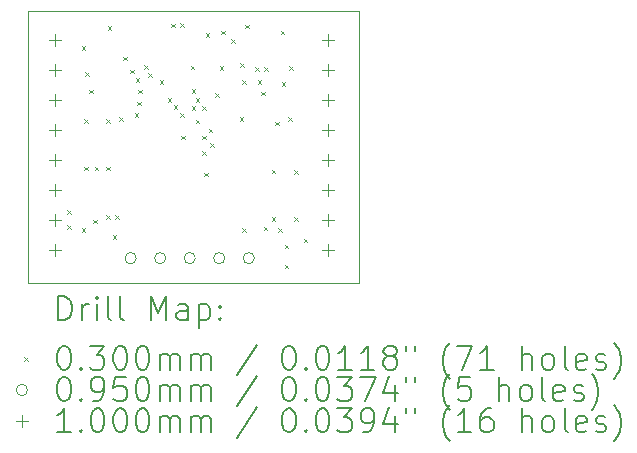
<source format=gbr>
%TF.GenerationSoftware,KiCad,Pcbnew,8.0.5*%
%TF.CreationDate,2024-12-01T15:07:40+09:00*%
%TF.ProjectId,PCA9685_ver4,50434139-3638-4355-9f76-6572342e6b69,rev?*%
%TF.SameCoordinates,Original*%
%TF.FileFunction,Drillmap*%
%TF.FilePolarity,Positive*%
%FSLAX45Y45*%
G04 Gerber Fmt 4.5, Leading zero omitted, Abs format (unit mm)*
G04 Created by KiCad (PCBNEW 8.0.5) date 2024-12-01 15:07:40*
%MOMM*%
%LPD*%
G01*
G04 APERTURE LIST*
%ADD10C,0.050000*%
%ADD11C,0.200000*%
%ADD12C,0.100000*%
G04 APERTURE END LIST*
D10*
X13470000Y-5220000D02*
X16270000Y-5220000D01*
X16270000Y-7520000D01*
X13470000Y-7520000D01*
X13470000Y-5220000D01*
D11*
D12*
X13803109Y-7033109D02*
X13833109Y-7063109D01*
X13833109Y-7033109D02*
X13803109Y-7063109D01*
X13805000Y-6905000D02*
X13835000Y-6935000D01*
X13835000Y-6905000D02*
X13805000Y-6935000D01*
X13925000Y-5515000D02*
X13955000Y-5545000D01*
X13955000Y-5515000D02*
X13925000Y-5545000D01*
X13925000Y-7055000D02*
X13955000Y-7085000D01*
X13955000Y-7055000D02*
X13925000Y-7085000D01*
X13945000Y-6135000D02*
X13975000Y-6165000D01*
X13975000Y-6135000D02*
X13945000Y-6165000D01*
X13945000Y-6535000D02*
X13975000Y-6565000D01*
X13975000Y-6535000D02*
X13945000Y-6565000D01*
X13955000Y-5735000D02*
X13985000Y-5765000D01*
X13985000Y-5735000D02*
X13955000Y-5765000D01*
X13990000Y-5885000D02*
X14020000Y-5915000D01*
X14020000Y-5885000D02*
X13990000Y-5915000D01*
X14021391Y-6983609D02*
X14051391Y-7013609D01*
X14051391Y-6983609D02*
X14021391Y-7013609D01*
X14035000Y-6535000D02*
X14065000Y-6565000D01*
X14065000Y-6535000D02*
X14035000Y-6565000D01*
X14135000Y-6135000D02*
X14165000Y-6165000D01*
X14165000Y-6135000D02*
X14135000Y-6165000D01*
X14135000Y-6535000D02*
X14165000Y-6565000D01*
X14165000Y-6535000D02*
X14135000Y-6565000D01*
X14135000Y-6945000D02*
X14165000Y-6975000D01*
X14165000Y-6945000D02*
X14135000Y-6975000D01*
X14145000Y-5345000D02*
X14175000Y-5375000D01*
X14175000Y-5345000D02*
X14145000Y-5375000D01*
X14190000Y-7115000D02*
X14220000Y-7145000D01*
X14220000Y-7115000D02*
X14190000Y-7145000D01*
X14210000Y-6945000D02*
X14240000Y-6975000D01*
X14240000Y-6945000D02*
X14210000Y-6975000D01*
X14244500Y-6114500D02*
X14274500Y-6144500D01*
X14274500Y-6114500D02*
X14244500Y-6144500D01*
X14275797Y-5605797D02*
X14305797Y-5635797D01*
X14305797Y-5605797D02*
X14275797Y-5635797D01*
X14334853Y-5714743D02*
X14364853Y-5744743D01*
X14364853Y-5714743D02*
X14334853Y-5744743D01*
X14373000Y-6085000D02*
X14403000Y-6115000D01*
X14403000Y-6085000D02*
X14373000Y-6115000D01*
X14385000Y-5785000D02*
X14415000Y-5815000D01*
X14415000Y-5785000D02*
X14385000Y-5815000D01*
X14398000Y-5984855D02*
X14428000Y-6014855D01*
X14428000Y-5984855D02*
X14398000Y-6014855D01*
X14405145Y-5884855D02*
X14435145Y-5914855D01*
X14435145Y-5884855D02*
X14405145Y-5914855D01*
X14455000Y-5675000D02*
X14485000Y-5705000D01*
X14485000Y-5675000D02*
X14455000Y-5705000D01*
X14488541Y-5742082D02*
X14518541Y-5772082D01*
X14518541Y-5742082D02*
X14488541Y-5772082D01*
X14585000Y-5805000D02*
X14615000Y-5835000D01*
X14615000Y-5805000D02*
X14585000Y-5835000D01*
X14655000Y-5955000D02*
X14685000Y-5985000D01*
X14685000Y-5955000D02*
X14655000Y-5985000D01*
X14685000Y-5325000D02*
X14715000Y-5355000D01*
X14715000Y-5325000D02*
X14685000Y-5355000D01*
X14705000Y-6015000D02*
X14735000Y-6045000D01*
X14735000Y-6015000D02*
X14705000Y-6045000D01*
X14758033Y-6085000D02*
X14788033Y-6115000D01*
X14788033Y-6085000D02*
X14758033Y-6115000D01*
X14759950Y-5322266D02*
X14789950Y-5352266D01*
X14789950Y-5322266D02*
X14759950Y-5352266D01*
X14770000Y-6275000D02*
X14800000Y-6305000D01*
X14800000Y-6275000D02*
X14770000Y-6305000D01*
X14849687Y-5680312D02*
X14879687Y-5710312D01*
X14879687Y-5680312D02*
X14849687Y-5710312D01*
X14855711Y-6024289D02*
X14885711Y-6054289D01*
X14885711Y-6024289D02*
X14855711Y-6054289D01*
X14858033Y-5880305D02*
X14888033Y-5910305D01*
X14888033Y-5880305D02*
X14858033Y-5910305D01*
X14890000Y-5955000D02*
X14920000Y-5985000D01*
X14920000Y-5955000D02*
X14890000Y-5985000D01*
X14890000Y-6137782D02*
X14920000Y-6167782D01*
X14920000Y-6137782D02*
X14890000Y-6167782D01*
X14945000Y-6022500D02*
X14975000Y-6052500D01*
X14975000Y-6022500D02*
X14945000Y-6052500D01*
X14945000Y-6275000D02*
X14975000Y-6305000D01*
X14975000Y-6275000D02*
X14945000Y-6305000D01*
X14945000Y-6405000D02*
X14975000Y-6435000D01*
X14975000Y-6405000D02*
X14945000Y-6435000D01*
X14965000Y-6585000D02*
X14995000Y-6615000D01*
X14995000Y-6585000D02*
X14965000Y-6615000D01*
X14975000Y-5405000D02*
X15005000Y-5435000D01*
X15005000Y-5405000D02*
X14975000Y-5435000D01*
X15002500Y-6214711D02*
X15032500Y-6244711D01*
X15032500Y-6214711D02*
X15002500Y-6244711D01*
X15015000Y-6335000D02*
X15045000Y-6365000D01*
X15045000Y-6335000D02*
X15015000Y-6365000D01*
X15055000Y-5915000D02*
X15085000Y-5945000D01*
X15085000Y-5915000D02*
X15055000Y-5945000D01*
X15094375Y-5685000D02*
X15124375Y-5715000D01*
X15124375Y-5685000D02*
X15094375Y-5715000D01*
X15105000Y-5385000D02*
X15135000Y-5415000D01*
X15135000Y-5385000D02*
X15105000Y-5415000D01*
X15190375Y-5455000D02*
X15220375Y-5485000D01*
X15220375Y-5455000D02*
X15190375Y-5485000D01*
X15265000Y-6115000D02*
X15295000Y-6145000D01*
X15295000Y-6115000D02*
X15265000Y-6145000D01*
X15269645Y-5659645D02*
X15299645Y-5689645D01*
X15299645Y-5659645D02*
X15269645Y-5689645D01*
X15285000Y-5805000D02*
X15315000Y-5835000D01*
X15315000Y-5805000D02*
X15285000Y-5835000D01*
X15285000Y-7055000D02*
X15315000Y-7085000D01*
X15315000Y-7055000D02*
X15285000Y-7085000D01*
X15310000Y-5335000D02*
X15340000Y-5365000D01*
X15340000Y-5335000D02*
X15310000Y-5365000D01*
X15395000Y-5695000D02*
X15425000Y-5725000D01*
X15425000Y-5695000D02*
X15395000Y-5725000D01*
X15415000Y-5805000D02*
X15445000Y-5835000D01*
X15445000Y-5805000D02*
X15415000Y-5835000D01*
X15447813Y-5900000D02*
X15477813Y-5930000D01*
X15477813Y-5900000D02*
X15447813Y-5930000D01*
X15465000Y-7045000D02*
X15495000Y-7075000D01*
X15495000Y-7045000D02*
X15465000Y-7075000D01*
X15472903Y-5693968D02*
X15502903Y-5723968D01*
X15502903Y-5693968D02*
X15472903Y-5723968D01*
X15535000Y-6965000D02*
X15565000Y-6995000D01*
X15565000Y-6965000D02*
X15535000Y-6995000D01*
X15536500Y-6562600D02*
X15566500Y-6592600D01*
X15566500Y-6562600D02*
X15536500Y-6592600D01*
X15565000Y-6155000D02*
X15595000Y-6185000D01*
X15595000Y-6155000D02*
X15565000Y-6185000D01*
X15590000Y-7055000D02*
X15620000Y-7085000D01*
X15620000Y-7055000D02*
X15590000Y-7085000D01*
X15610000Y-5385000D02*
X15640000Y-5415000D01*
X15640000Y-5385000D02*
X15610000Y-5415000D01*
X15620000Y-5822077D02*
X15650000Y-5852077D01*
X15650000Y-5822077D02*
X15620000Y-5852077D01*
X15645000Y-7195000D02*
X15675000Y-7225000D01*
X15675000Y-7195000D02*
X15645000Y-7225000D01*
X15645000Y-7365000D02*
X15675000Y-7395000D01*
X15675000Y-7365000D02*
X15645000Y-7395000D01*
X15675000Y-6115000D02*
X15705000Y-6145000D01*
X15705000Y-6115000D02*
X15675000Y-6145000D01*
X15685000Y-5685000D02*
X15715000Y-5715000D01*
X15715000Y-5685000D02*
X15685000Y-5715000D01*
X15725000Y-6565000D02*
X15755000Y-6595000D01*
X15755000Y-6565000D02*
X15725000Y-6595000D01*
X15725000Y-6965000D02*
X15755000Y-6995000D01*
X15755000Y-6965000D02*
X15725000Y-6995000D01*
X15805000Y-7145000D02*
X15835000Y-7175000D01*
X15835000Y-7145000D02*
X15805000Y-7175000D01*
X14387500Y-7310000D02*
G75*
G02*
X14292500Y-7310000I-47500J0D01*
G01*
X14292500Y-7310000D02*
G75*
G02*
X14387500Y-7310000I47500J0D01*
G01*
X14637500Y-7310000D02*
G75*
G02*
X14542500Y-7310000I-47500J0D01*
G01*
X14542500Y-7310000D02*
G75*
G02*
X14637500Y-7310000I47500J0D01*
G01*
X14887500Y-7310000D02*
G75*
G02*
X14792500Y-7310000I-47500J0D01*
G01*
X14792500Y-7310000D02*
G75*
G02*
X14887500Y-7310000I47500J0D01*
G01*
X15137500Y-7310000D02*
G75*
G02*
X15042500Y-7310000I-47500J0D01*
G01*
X15042500Y-7310000D02*
G75*
G02*
X15137500Y-7310000I47500J0D01*
G01*
X15387500Y-7310000D02*
G75*
G02*
X15292500Y-7310000I-47500J0D01*
G01*
X15292500Y-7310000D02*
G75*
G02*
X15387500Y-7310000I47500J0D01*
G01*
X13700000Y-5416000D02*
X13700000Y-5516000D01*
X13650000Y-5466000D02*
X13750000Y-5466000D01*
X13700000Y-5670000D02*
X13700000Y-5770000D01*
X13650000Y-5720000D02*
X13750000Y-5720000D01*
X13700000Y-5924000D02*
X13700000Y-6024000D01*
X13650000Y-5974000D02*
X13750000Y-5974000D01*
X13700000Y-6178000D02*
X13700000Y-6278000D01*
X13650000Y-6228000D02*
X13750000Y-6228000D01*
X13700000Y-6432000D02*
X13700000Y-6532000D01*
X13650000Y-6482000D02*
X13750000Y-6482000D01*
X13700000Y-6686000D02*
X13700000Y-6786000D01*
X13650000Y-6736000D02*
X13750000Y-6736000D01*
X13700000Y-6940000D02*
X13700000Y-7040000D01*
X13650000Y-6990000D02*
X13750000Y-6990000D01*
X13700000Y-7194000D02*
X13700000Y-7294000D01*
X13650000Y-7244000D02*
X13750000Y-7244000D01*
X16010000Y-5416000D02*
X16010000Y-5516000D01*
X15960000Y-5466000D02*
X16060000Y-5466000D01*
X16010000Y-5670000D02*
X16010000Y-5770000D01*
X15960000Y-5720000D02*
X16060000Y-5720000D01*
X16010000Y-5924000D02*
X16010000Y-6024000D01*
X15960000Y-5974000D02*
X16060000Y-5974000D01*
X16010000Y-6178000D02*
X16010000Y-6278000D01*
X15960000Y-6228000D02*
X16060000Y-6228000D01*
X16010000Y-6432000D02*
X16010000Y-6532000D01*
X15960000Y-6482000D02*
X16060000Y-6482000D01*
X16010000Y-6686000D02*
X16010000Y-6786000D01*
X15960000Y-6736000D02*
X16060000Y-6736000D01*
X16010000Y-6940000D02*
X16010000Y-7040000D01*
X15960000Y-6990000D02*
X16060000Y-6990000D01*
X16010000Y-7194000D02*
X16010000Y-7294000D01*
X15960000Y-7244000D02*
X16060000Y-7244000D01*
D11*
X13728277Y-7833984D02*
X13728277Y-7633984D01*
X13728277Y-7633984D02*
X13775896Y-7633984D01*
X13775896Y-7633984D02*
X13804467Y-7643508D01*
X13804467Y-7643508D02*
X13823515Y-7662555D01*
X13823515Y-7662555D02*
X13833039Y-7681603D01*
X13833039Y-7681603D02*
X13842562Y-7719698D01*
X13842562Y-7719698D02*
X13842562Y-7748269D01*
X13842562Y-7748269D02*
X13833039Y-7786365D01*
X13833039Y-7786365D02*
X13823515Y-7805412D01*
X13823515Y-7805412D02*
X13804467Y-7824460D01*
X13804467Y-7824460D02*
X13775896Y-7833984D01*
X13775896Y-7833984D02*
X13728277Y-7833984D01*
X13928277Y-7833984D02*
X13928277Y-7700650D01*
X13928277Y-7738746D02*
X13937801Y-7719698D01*
X13937801Y-7719698D02*
X13947324Y-7710174D01*
X13947324Y-7710174D02*
X13966372Y-7700650D01*
X13966372Y-7700650D02*
X13985420Y-7700650D01*
X14052086Y-7833984D02*
X14052086Y-7700650D01*
X14052086Y-7633984D02*
X14042562Y-7643508D01*
X14042562Y-7643508D02*
X14052086Y-7653031D01*
X14052086Y-7653031D02*
X14061610Y-7643508D01*
X14061610Y-7643508D02*
X14052086Y-7633984D01*
X14052086Y-7633984D02*
X14052086Y-7653031D01*
X14175896Y-7833984D02*
X14156848Y-7824460D01*
X14156848Y-7824460D02*
X14147324Y-7805412D01*
X14147324Y-7805412D02*
X14147324Y-7633984D01*
X14280658Y-7833984D02*
X14261610Y-7824460D01*
X14261610Y-7824460D02*
X14252086Y-7805412D01*
X14252086Y-7805412D02*
X14252086Y-7633984D01*
X14509229Y-7833984D02*
X14509229Y-7633984D01*
X14509229Y-7633984D02*
X14575896Y-7776841D01*
X14575896Y-7776841D02*
X14642562Y-7633984D01*
X14642562Y-7633984D02*
X14642562Y-7833984D01*
X14823515Y-7833984D02*
X14823515Y-7729222D01*
X14823515Y-7729222D02*
X14813991Y-7710174D01*
X14813991Y-7710174D02*
X14794943Y-7700650D01*
X14794943Y-7700650D02*
X14756848Y-7700650D01*
X14756848Y-7700650D02*
X14737801Y-7710174D01*
X14823515Y-7824460D02*
X14804467Y-7833984D01*
X14804467Y-7833984D02*
X14756848Y-7833984D01*
X14756848Y-7833984D02*
X14737801Y-7824460D01*
X14737801Y-7824460D02*
X14728277Y-7805412D01*
X14728277Y-7805412D02*
X14728277Y-7786365D01*
X14728277Y-7786365D02*
X14737801Y-7767317D01*
X14737801Y-7767317D02*
X14756848Y-7757793D01*
X14756848Y-7757793D02*
X14804467Y-7757793D01*
X14804467Y-7757793D02*
X14823515Y-7748269D01*
X14918753Y-7700650D02*
X14918753Y-7900650D01*
X14918753Y-7710174D02*
X14937801Y-7700650D01*
X14937801Y-7700650D02*
X14975896Y-7700650D01*
X14975896Y-7700650D02*
X14994943Y-7710174D01*
X14994943Y-7710174D02*
X15004467Y-7719698D01*
X15004467Y-7719698D02*
X15013991Y-7738746D01*
X15013991Y-7738746D02*
X15013991Y-7795888D01*
X15013991Y-7795888D02*
X15004467Y-7814936D01*
X15004467Y-7814936D02*
X14994943Y-7824460D01*
X14994943Y-7824460D02*
X14975896Y-7833984D01*
X14975896Y-7833984D02*
X14937801Y-7833984D01*
X14937801Y-7833984D02*
X14918753Y-7824460D01*
X15099705Y-7814936D02*
X15109229Y-7824460D01*
X15109229Y-7824460D02*
X15099705Y-7833984D01*
X15099705Y-7833984D02*
X15090182Y-7824460D01*
X15090182Y-7824460D02*
X15099705Y-7814936D01*
X15099705Y-7814936D02*
X15099705Y-7833984D01*
X15099705Y-7710174D02*
X15109229Y-7719698D01*
X15109229Y-7719698D02*
X15099705Y-7729222D01*
X15099705Y-7729222D02*
X15090182Y-7719698D01*
X15090182Y-7719698D02*
X15099705Y-7710174D01*
X15099705Y-7710174D02*
X15099705Y-7729222D01*
D12*
X13437500Y-8147500D02*
X13467500Y-8177500D01*
X13467500Y-8147500D02*
X13437500Y-8177500D01*
D11*
X13766372Y-8053984D02*
X13785420Y-8053984D01*
X13785420Y-8053984D02*
X13804467Y-8063508D01*
X13804467Y-8063508D02*
X13813991Y-8073031D01*
X13813991Y-8073031D02*
X13823515Y-8092079D01*
X13823515Y-8092079D02*
X13833039Y-8130174D01*
X13833039Y-8130174D02*
X13833039Y-8177793D01*
X13833039Y-8177793D02*
X13823515Y-8215888D01*
X13823515Y-8215888D02*
X13813991Y-8234936D01*
X13813991Y-8234936D02*
X13804467Y-8244460D01*
X13804467Y-8244460D02*
X13785420Y-8253984D01*
X13785420Y-8253984D02*
X13766372Y-8253984D01*
X13766372Y-8253984D02*
X13747324Y-8244460D01*
X13747324Y-8244460D02*
X13737801Y-8234936D01*
X13737801Y-8234936D02*
X13728277Y-8215888D01*
X13728277Y-8215888D02*
X13718753Y-8177793D01*
X13718753Y-8177793D02*
X13718753Y-8130174D01*
X13718753Y-8130174D02*
X13728277Y-8092079D01*
X13728277Y-8092079D02*
X13737801Y-8073031D01*
X13737801Y-8073031D02*
X13747324Y-8063508D01*
X13747324Y-8063508D02*
X13766372Y-8053984D01*
X13918753Y-8234936D02*
X13928277Y-8244460D01*
X13928277Y-8244460D02*
X13918753Y-8253984D01*
X13918753Y-8253984D02*
X13909229Y-8244460D01*
X13909229Y-8244460D02*
X13918753Y-8234936D01*
X13918753Y-8234936D02*
X13918753Y-8253984D01*
X13994943Y-8053984D02*
X14118753Y-8053984D01*
X14118753Y-8053984D02*
X14052086Y-8130174D01*
X14052086Y-8130174D02*
X14080658Y-8130174D01*
X14080658Y-8130174D02*
X14099705Y-8139698D01*
X14099705Y-8139698D02*
X14109229Y-8149222D01*
X14109229Y-8149222D02*
X14118753Y-8168269D01*
X14118753Y-8168269D02*
X14118753Y-8215888D01*
X14118753Y-8215888D02*
X14109229Y-8234936D01*
X14109229Y-8234936D02*
X14099705Y-8244460D01*
X14099705Y-8244460D02*
X14080658Y-8253984D01*
X14080658Y-8253984D02*
X14023515Y-8253984D01*
X14023515Y-8253984D02*
X14004467Y-8244460D01*
X14004467Y-8244460D02*
X13994943Y-8234936D01*
X14242562Y-8053984D02*
X14261610Y-8053984D01*
X14261610Y-8053984D02*
X14280658Y-8063508D01*
X14280658Y-8063508D02*
X14290182Y-8073031D01*
X14290182Y-8073031D02*
X14299705Y-8092079D01*
X14299705Y-8092079D02*
X14309229Y-8130174D01*
X14309229Y-8130174D02*
X14309229Y-8177793D01*
X14309229Y-8177793D02*
X14299705Y-8215888D01*
X14299705Y-8215888D02*
X14290182Y-8234936D01*
X14290182Y-8234936D02*
X14280658Y-8244460D01*
X14280658Y-8244460D02*
X14261610Y-8253984D01*
X14261610Y-8253984D02*
X14242562Y-8253984D01*
X14242562Y-8253984D02*
X14223515Y-8244460D01*
X14223515Y-8244460D02*
X14213991Y-8234936D01*
X14213991Y-8234936D02*
X14204467Y-8215888D01*
X14204467Y-8215888D02*
X14194943Y-8177793D01*
X14194943Y-8177793D02*
X14194943Y-8130174D01*
X14194943Y-8130174D02*
X14204467Y-8092079D01*
X14204467Y-8092079D02*
X14213991Y-8073031D01*
X14213991Y-8073031D02*
X14223515Y-8063508D01*
X14223515Y-8063508D02*
X14242562Y-8053984D01*
X14433039Y-8053984D02*
X14452086Y-8053984D01*
X14452086Y-8053984D02*
X14471134Y-8063508D01*
X14471134Y-8063508D02*
X14480658Y-8073031D01*
X14480658Y-8073031D02*
X14490182Y-8092079D01*
X14490182Y-8092079D02*
X14499705Y-8130174D01*
X14499705Y-8130174D02*
X14499705Y-8177793D01*
X14499705Y-8177793D02*
X14490182Y-8215888D01*
X14490182Y-8215888D02*
X14480658Y-8234936D01*
X14480658Y-8234936D02*
X14471134Y-8244460D01*
X14471134Y-8244460D02*
X14452086Y-8253984D01*
X14452086Y-8253984D02*
X14433039Y-8253984D01*
X14433039Y-8253984D02*
X14413991Y-8244460D01*
X14413991Y-8244460D02*
X14404467Y-8234936D01*
X14404467Y-8234936D02*
X14394943Y-8215888D01*
X14394943Y-8215888D02*
X14385420Y-8177793D01*
X14385420Y-8177793D02*
X14385420Y-8130174D01*
X14385420Y-8130174D02*
X14394943Y-8092079D01*
X14394943Y-8092079D02*
X14404467Y-8073031D01*
X14404467Y-8073031D02*
X14413991Y-8063508D01*
X14413991Y-8063508D02*
X14433039Y-8053984D01*
X14585420Y-8253984D02*
X14585420Y-8120650D01*
X14585420Y-8139698D02*
X14594943Y-8130174D01*
X14594943Y-8130174D02*
X14613991Y-8120650D01*
X14613991Y-8120650D02*
X14642563Y-8120650D01*
X14642563Y-8120650D02*
X14661610Y-8130174D01*
X14661610Y-8130174D02*
X14671134Y-8149222D01*
X14671134Y-8149222D02*
X14671134Y-8253984D01*
X14671134Y-8149222D02*
X14680658Y-8130174D01*
X14680658Y-8130174D02*
X14699705Y-8120650D01*
X14699705Y-8120650D02*
X14728277Y-8120650D01*
X14728277Y-8120650D02*
X14747324Y-8130174D01*
X14747324Y-8130174D02*
X14756848Y-8149222D01*
X14756848Y-8149222D02*
X14756848Y-8253984D01*
X14852086Y-8253984D02*
X14852086Y-8120650D01*
X14852086Y-8139698D02*
X14861610Y-8130174D01*
X14861610Y-8130174D02*
X14880658Y-8120650D01*
X14880658Y-8120650D02*
X14909229Y-8120650D01*
X14909229Y-8120650D02*
X14928277Y-8130174D01*
X14928277Y-8130174D02*
X14937801Y-8149222D01*
X14937801Y-8149222D02*
X14937801Y-8253984D01*
X14937801Y-8149222D02*
X14947324Y-8130174D01*
X14947324Y-8130174D02*
X14966372Y-8120650D01*
X14966372Y-8120650D02*
X14994943Y-8120650D01*
X14994943Y-8120650D02*
X15013991Y-8130174D01*
X15013991Y-8130174D02*
X15023515Y-8149222D01*
X15023515Y-8149222D02*
X15023515Y-8253984D01*
X15413991Y-8044460D02*
X15242563Y-8301603D01*
X15671134Y-8053984D02*
X15690182Y-8053984D01*
X15690182Y-8053984D02*
X15709229Y-8063508D01*
X15709229Y-8063508D02*
X15718753Y-8073031D01*
X15718753Y-8073031D02*
X15728277Y-8092079D01*
X15728277Y-8092079D02*
X15737801Y-8130174D01*
X15737801Y-8130174D02*
X15737801Y-8177793D01*
X15737801Y-8177793D02*
X15728277Y-8215888D01*
X15728277Y-8215888D02*
X15718753Y-8234936D01*
X15718753Y-8234936D02*
X15709229Y-8244460D01*
X15709229Y-8244460D02*
X15690182Y-8253984D01*
X15690182Y-8253984D02*
X15671134Y-8253984D01*
X15671134Y-8253984D02*
X15652086Y-8244460D01*
X15652086Y-8244460D02*
X15642563Y-8234936D01*
X15642563Y-8234936D02*
X15633039Y-8215888D01*
X15633039Y-8215888D02*
X15623515Y-8177793D01*
X15623515Y-8177793D02*
X15623515Y-8130174D01*
X15623515Y-8130174D02*
X15633039Y-8092079D01*
X15633039Y-8092079D02*
X15642563Y-8073031D01*
X15642563Y-8073031D02*
X15652086Y-8063508D01*
X15652086Y-8063508D02*
X15671134Y-8053984D01*
X15823515Y-8234936D02*
X15833039Y-8244460D01*
X15833039Y-8244460D02*
X15823515Y-8253984D01*
X15823515Y-8253984D02*
X15813991Y-8244460D01*
X15813991Y-8244460D02*
X15823515Y-8234936D01*
X15823515Y-8234936D02*
X15823515Y-8253984D01*
X15956848Y-8053984D02*
X15975896Y-8053984D01*
X15975896Y-8053984D02*
X15994944Y-8063508D01*
X15994944Y-8063508D02*
X16004467Y-8073031D01*
X16004467Y-8073031D02*
X16013991Y-8092079D01*
X16013991Y-8092079D02*
X16023515Y-8130174D01*
X16023515Y-8130174D02*
X16023515Y-8177793D01*
X16023515Y-8177793D02*
X16013991Y-8215888D01*
X16013991Y-8215888D02*
X16004467Y-8234936D01*
X16004467Y-8234936D02*
X15994944Y-8244460D01*
X15994944Y-8244460D02*
X15975896Y-8253984D01*
X15975896Y-8253984D02*
X15956848Y-8253984D01*
X15956848Y-8253984D02*
X15937801Y-8244460D01*
X15937801Y-8244460D02*
X15928277Y-8234936D01*
X15928277Y-8234936D02*
X15918753Y-8215888D01*
X15918753Y-8215888D02*
X15909229Y-8177793D01*
X15909229Y-8177793D02*
X15909229Y-8130174D01*
X15909229Y-8130174D02*
X15918753Y-8092079D01*
X15918753Y-8092079D02*
X15928277Y-8073031D01*
X15928277Y-8073031D02*
X15937801Y-8063508D01*
X15937801Y-8063508D02*
X15956848Y-8053984D01*
X16213991Y-8253984D02*
X16099706Y-8253984D01*
X16156848Y-8253984D02*
X16156848Y-8053984D01*
X16156848Y-8053984D02*
X16137801Y-8082555D01*
X16137801Y-8082555D02*
X16118753Y-8101603D01*
X16118753Y-8101603D02*
X16099706Y-8111127D01*
X16404467Y-8253984D02*
X16290182Y-8253984D01*
X16347325Y-8253984D02*
X16347325Y-8053984D01*
X16347325Y-8053984D02*
X16328277Y-8082555D01*
X16328277Y-8082555D02*
X16309229Y-8101603D01*
X16309229Y-8101603D02*
X16290182Y-8111127D01*
X16518753Y-8139698D02*
X16499706Y-8130174D01*
X16499706Y-8130174D02*
X16490182Y-8120650D01*
X16490182Y-8120650D02*
X16480658Y-8101603D01*
X16480658Y-8101603D02*
X16480658Y-8092079D01*
X16480658Y-8092079D02*
X16490182Y-8073031D01*
X16490182Y-8073031D02*
X16499706Y-8063508D01*
X16499706Y-8063508D02*
X16518753Y-8053984D01*
X16518753Y-8053984D02*
X16556848Y-8053984D01*
X16556848Y-8053984D02*
X16575896Y-8063508D01*
X16575896Y-8063508D02*
X16585420Y-8073031D01*
X16585420Y-8073031D02*
X16594944Y-8092079D01*
X16594944Y-8092079D02*
X16594944Y-8101603D01*
X16594944Y-8101603D02*
X16585420Y-8120650D01*
X16585420Y-8120650D02*
X16575896Y-8130174D01*
X16575896Y-8130174D02*
X16556848Y-8139698D01*
X16556848Y-8139698D02*
X16518753Y-8139698D01*
X16518753Y-8139698D02*
X16499706Y-8149222D01*
X16499706Y-8149222D02*
X16490182Y-8158746D01*
X16490182Y-8158746D02*
X16480658Y-8177793D01*
X16480658Y-8177793D02*
X16480658Y-8215888D01*
X16480658Y-8215888D02*
X16490182Y-8234936D01*
X16490182Y-8234936D02*
X16499706Y-8244460D01*
X16499706Y-8244460D02*
X16518753Y-8253984D01*
X16518753Y-8253984D02*
X16556848Y-8253984D01*
X16556848Y-8253984D02*
X16575896Y-8244460D01*
X16575896Y-8244460D02*
X16585420Y-8234936D01*
X16585420Y-8234936D02*
X16594944Y-8215888D01*
X16594944Y-8215888D02*
X16594944Y-8177793D01*
X16594944Y-8177793D02*
X16585420Y-8158746D01*
X16585420Y-8158746D02*
X16575896Y-8149222D01*
X16575896Y-8149222D02*
X16556848Y-8139698D01*
X16671134Y-8053984D02*
X16671134Y-8092079D01*
X16747325Y-8053984D02*
X16747325Y-8092079D01*
X17042563Y-8330174D02*
X17033039Y-8320650D01*
X17033039Y-8320650D02*
X17013991Y-8292079D01*
X17013991Y-8292079D02*
X17004468Y-8273031D01*
X17004468Y-8273031D02*
X16994944Y-8244460D01*
X16994944Y-8244460D02*
X16985420Y-8196841D01*
X16985420Y-8196841D02*
X16985420Y-8158746D01*
X16985420Y-8158746D02*
X16994944Y-8111127D01*
X16994944Y-8111127D02*
X17004468Y-8082555D01*
X17004468Y-8082555D02*
X17013991Y-8063508D01*
X17013991Y-8063508D02*
X17033039Y-8034936D01*
X17033039Y-8034936D02*
X17042563Y-8025412D01*
X17099706Y-8053984D02*
X17233039Y-8053984D01*
X17233039Y-8053984D02*
X17147325Y-8253984D01*
X17413991Y-8253984D02*
X17299706Y-8253984D01*
X17356849Y-8253984D02*
X17356849Y-8053984D01*
X17356849Y-8053984D02*
X17337801Y-8082555D01*
X17337801Y-8082555D02*
X17318753Y-8101603D01*
X17318753Y-8101603D02*
X17299706Y-8111127D01*
X17652087Y-8253984D02*
X17652087Y-8053984D01*
X17737801Y-8253984D02*
X17737801Y-8149222D01*
X17737801Y-8149222D02*
X17728277Y-8130174D01*
X17728277Y-8130174D02*
X17709230Y-8120650D01*
X17709230Y-8120650D02*
X17680658Y-8120650D01*
X17680658Y-8120650D02*
X17661611Y-8130174D01*
X17661611Y-8130174D02*
X17652087Y-8139698D01*
X17861611Y-8253984D02*
X17842563Y-8244460D01*
X17842563Y-8244460D02*
X17833039Y-8234936D01*
X17833039Y-8234936D02*
X17823515Y-8215888D01*
X17823515Y-8215888D02*
X17823515Y-8158746D01*
X17823515Y-8158746D02*
X17833039Y-8139698D01*
X17833039Y-8139698D02*
X17842563Y-8130174D01*
X17842563Y-8130174D02*
X17861611Y-8120650D01*
X17861611Y-8120650D02*
X17890182Y-8120650D01*
X17890182Y-8120650D02*
X17909230Y-8130174D01*
X17909230Y-8130174D02*
X17918753Y-8139698D01*
X17918753Y-8139698D02*
X17928277Y-8158746D01*
X17928277Y-8158746D02*
X17928277Y-8215888D01*
X17928277Y-8215888D02*
X17918753Y-8234936D01*
X17918753Y-8234936D02*
X17909230Y-8244460D01*
X17909230Y-8244460D02*
X17890182Y-8253984D01*
X17890182Y-8253984D02*
X17861611Y-8253984D01*
X18042563Y-8253984D02*
X18023515Y-8244460D01*
X18023515Y-8244460D02*
X18013992Y-8225412D01*
X18013992Y-8225412D02*
X18013992Y-8053984D01*
X18194944Y-8244460D02*
X18175896Y-8253984D01*
X18175896Y-8253984D02*
X18137801Y-8253984D01*
X18137801Y-8253984D02*
X18118753Y-8244460D01*
X18118753Y-8244460D02*
X18109230Y-8225412D01*
X18109230Y-8225412D02*
X18109230Y-8149222D01*
X18109230Y-8149222D02*
X18118753Y-8130174D01*
X18118753Y-8130174D02*
X18137801Y-8120650D01*
X18137801Y-8120650D02*
X18175896Y-8120650D01*
X18175896Y-8120650D02*
X18194944Y-8130174D01*
X18194944Y-8130174D02*
X18204468Y-8149222D01*
X18204468Y-8149222D02*
X18204468Y-8168269D01*
X18204468Y-8168269D02*
X18109230Y-8187317D01*
X18280658Y-8244460D02*
X18299706Y-8253984D01*
X18299706Y-8253984D02*
X18337801Y-8253984D01*
X18337801Y-8253984D02*
X18356849Y-8244460D01*
X18356849Y-8244460D02*
X18366373Y-8225412D01*
X18366373Y-8225412D02*
X18366373Y-8215888D01*
X18366373Y-8215888D02*
X18356849Y-8196841D01*
X18356849Y-8196841D02*
X18337801Y-8187317D01*
X18337801Y-8187317D02*
X18309230Y-8187317D01*
X18309230Y-8187317D02*
X18290182Y-8177793D01*
X18290182Y-8177793D02*
X18280658Y-8158746D01*
X18280658Y-8158746D02*
X18280658Y-8149222D01*
X18280658Y-8149222D02*
X18290182Y-8130174D01*
X18290182Y-8130174D02*
X18309230Y-8120650D01*
X18309230Y-8120650D02*
X18337801Y-8120650D01*
X18337801Y-8120650D02*
X18356849Y-8130174D01*
X18433039Y-8330174D02*
X18442563Y-8320650D01*
X18442563Y-8320650D02*
X18461611Y-8292079D01*
X18461611Y-8292079D02*
X18471134Y-8273031D01*
X18471134Y-8273031D02*
X18480658Y-8244460D01*
X18480658Y-8244460D02*
X18490182Y-8196841D01*
X18490182Y-8196841D02*
X18490182Y-8158746D01*
X18490182Y-8158746D02*
X18480658Y-8111127D01*
X18480658Y-8111127D02*
X18471134Y-8082555D01*
X18471134Y-8082555D02*
X18461611Y-8063508D01*
X18461611Y-8063508D02*
X18442563Y-8034936D01*
X18442563Y-8034936D02*
X18433039Y-8025412D01*
D12*
X13467500Y-8426500D02*
G75*
G02*
X13372500Y-8426500I-47500J0D01*
G01*
X13372500Y-8426500D02*
G75*
G02*
X13467500Y-8426500I47500J0D01*
G01*
D11*
X13766372Y-8317984D02*
X13785420Y-8317984D01*
X13785420Y-8317984D02*
X13804467Y-8327508D01*
X13804467Y-8327508D02*
X13813991Y-8337031D01*
X13813991Y-8337031D02*
X13823515Y-8356079D01*
X13823515Y-8356079D02*
X13833039Y-8394174D01*
X13833039Y-8394174D02*
X13833039Y-8441793D01*
X13833039Y-8441793D02*
X13823515Y-8479889D01*
X13823515Y-8479889D02*
X13813991Y-8498936D01*
X13813991Y-8498936D02*
X13804467Y-8508460D01*
X13804467Y-8508460D02*
X13785420Y-8517984D01*
X13785420Y-8517984D02*
X13766372Y-8517984D01*
X13766372Y-8517984D02*
X13747324Y-8508460D01*
X13747324Y-8508460D02*
X13737801Y-8498936D01*
X13737801Y-8498936D02*
X13728277Y-8479889D01*
X13728277Y-8479889D02*
X13718753Y-8441793D01*
X13718753Y-8441793D02*
X13718753Y-8394174D01*
X13718753Y-8394174D02*
X13728277Y-8356079D01*
X13728277Y-8356079D02*
X13737801Y-8337031D01*
X13737801Y-8337031D02*
X13747324Y-8327508D01*
X13747324Y-8327508D02*
X13766372Y-8317984D01*
X13918753Y-8498936D02*
X13928277Y-8508460D01*
X13928277Y-8508460D02*
X13918753Y-8517984D01*
X13918753Y-8517984D02*
X13909229Y-8508460D01*
X13909229Y-8508460D02*
X13918753Y-8498936D01*
X13918753Y-8498936D02*
X13918753Y-8517984D01*
X14023515Y-8517984D02*
X14061610Y-8517984D01*
X14061610Y-8517984D02*
X14080658Y-8508460D01*
X14080658Y-8508460D02*
X14090182Y-8498936D01*
X14090182Y-8498936D02*
X14109229Y-8470365D01*
X14109229Y-8470365D02*
X14118753Y-8432270D01*
X14118753Y-8432270D02*
X14118753Y-8356079D01*
X14118753Y-8356079D02*
X14109229Y-8337031D01*
X14109229Y-8337031D02*
X14099705Y-8327508D01*
X14099705Y-8327508D02*
X14080658Y-8317984D01*
X14080658Y-8317984D02*
X14042562Y-8317984D01*
X14042562Y-8317984D02*
X14023515Y-8327508D01*
X14023515Y-8327508D02*
X14013991Y-8337031D01*
X14013991Y-8337031D02*
X14004467Y-8356079D01*
X14004467Y-8356079D02*
X14004467Y-8403698D01*
X14004467Y-8403698D02*
X14013991Y-8422746D01*
X14013991Y-8422746D02*
X14023515Y-8432270D01*
X14023515Y-8432270D02*
X14042562Y-8441793D01*
X14042562Y-8441793D02*
X14080658Y-8441793D01*
X14080658Y-8441793D02*
X14099705Y-8432270D01*
X14099705Y-8432270D02*
X14109229Y-8422746D01*
X14109229Y-8422746D02*
X14118753Y-8403698D01*
X14299705Y-8317984D02*
X14204467Y-8317984D01*
X14204467Y-8317984D02*
X14194943Y-8413222D01*
X14194943Y-8413222D02*
X14204467Y-8403698D01*
X14204467Y-8403698D02*
X14223515Y-8394174D01*
X14223515Y-8394174D02*
X14271134Y-8394174D01*
X14271134Y-8394174D02*
X14290182Y-8403698D01*
X14290182Y-8403698D02*
X14299705Y-8413222D01*
X14299705Y-8413222D02*
X14309229Y-8432270D01*
X14309229Y-8432270D02*
X14309229Y-8479889D01*
X14309229Y-8479889D02*
X14299705Y-8498936D01*
X14299705Y-8498936D02*
X14290182Y-8508460D01*
X14290182Y-8508460D02*
X14271134Y-8517984D01*
X14271134Y-8517984D02*
X14223515Y-8517984D01*
X14223515Y-8517984D02*
X14204467Y-8508460D01*
X14204467Y-8508460D02*
X14194943Y-8498936D01*
X14433039Y-8317984D02*
X14452086Y-8317984D01*
X14452086Y-8317984D02*
X14471134Y-8327508D01*
X14471134Y-8327508D02*
X14480658Y-8337031D01*
X14480658Y-8337031D02*
X14490182Y-8356079D01*
X14490182Y-8356079D02*
X14499705Y-8394174D01*
X14499705Y-8394174D02*
X14499705Y-8441793D01*
X14499705Y-8441793D02*
X14490182Y-8479889D01*
X14490182Y-8479889D02*
X14480658Y-8498936D01*
X14480658Y-8498936D02*
X14471134Y-8508460D01*
X14471134Y-8508460D02*
X14452086Y-8517984D01*
X14452086Y-8517984D02*
X14433039Y-8517984D01*
X14433039Y-8517984D02*
X14413991Y-8508460D01*
X14413991Y-8508460D02*
X14404467Y-8498936D01*
X14404467Y-8498936D02*
X14394943Y-8479889D01*
X14394943Y-8479889D02*
X14385420Y-8441793D01*
X14385420Y-8441793D02*
X14385420Y-8394174D01*
X14385420Y-8394174D02*
X14394943Y-8356079D01*
X14394943Y-8356079D02*
X14404467Y-8337031D01*
X14404467Y-8337031D02*
X14413991Y-8327508D01*
X14413991Y-8327508D02*
X14433039Y-8317984D01*
X14585420Y-8517984D02*
X14585420Y-8384650D01*
X14585420Y-8403698D02*
X14594943Y-8394174D01*
X14594943Y-8394174D02*
X14613991Y-8384650D01*
X14613991Y-8384650D02*
X14642563Y-8384650D01*
X14642563Y-8384650D02*
X14661610Y-8394174D01*
X14661610Y-8394174D02*
X14671134Y-8413222D01*
X14671134Y-8413222D02*
X14671134Y-8517984D01*
X14671134Y-8413222D02*
X14680658Y-8394174D01*
X14680658Y-8394174D02*
X14699705Y-8384650D01*
X14699705Y-8384650D02*
X14728277Y-8384650D01*
X14728277Y-8384650D02*
X14747324Y-8394174D01*
X14747324Y-8394174D02*
X14756848Y-8413222D01*
X14756848Y-8413222D02*
X14756848Y-8517984D01*
X14852086Y-8517984D02*
X14852086Y-8384650D01*
X14852086Y-8403698D02*
X14861610Y-8394174D01*
X14861610Y-8394174D02*
X14880658Y-8384650D01*
X14880658Y-8384650D02*
X14909229Y-8384650D01*
X14909229Y-8384650D02*
X14928277Y-8394174D01*
X14928277Y-8394174D02*
X14937801Y-8413222D01*
X14937801Y-8413222D02*
X14937801Y-8517984D01*
X14937801Y-8413222D02*
X14947324Y-8394174D01*
X14947324Y-8394174D02*
X14966372Y-8384650D01*
X14966372Y-8384650D02*
X14994943Y-8384650D01*
X14994943Y-8384650D02*
X15013991Y-8394174D01*
X15013991Y-8394174D02*
X15023515Y-8413222D01*
X15023515Y-8413222D02*
X15023515Y-8517984D01*
X15413991Y-8308460D02*
X15242563Y-8565603D01*
X15671134Y-8317984D02*
X15690182Y-8317984D01*
X15690182Y-8317984D02*
X15709229Y-8327508D01*
X15709229Y-8327508D02*
X15718753Y-8337031D01*
X15718753Y-8337031D02*
X15728277Y-8356079D01*
X15728277Y-8356079D02*
X15737801Y-8394174D01*
X15737801Y-8394174D02*
X15737801Y-8441793D01*
X15737801Y-8441793D02*
X15728277Y-8479889D01*
X15728277Y-8479889D02*
X15718753Y-8498936D01*
X15718753Y-8498936D02*
X15709229Y-8508460D01*
X15709229Y-8508460D02*
X15690182Y-8517984D01*
X15690182Y-8517984D02*
X15671134Y-8517984D01*
X15671134Y-8517984D02*
X15652086Y-8508460D01*
X15652086Y-8508460D02*
X15642563Y-8498936D01*
X15642563Y-8498936D02*
X15633039Y-8479889D01*
X15633039Y-8479889D02*
X15623515Y-8441793D01*
X15623515Y-8441793D02*
X15623515Y-8394174D01*
X15623515Y-8394174D02*
X15633039Y-8356079D01*
X15633039Y-8356079D02*
X15642563Y-8337031D01*
X15642563Y-8337031D02*
X15652086Y-8327508D01*
X15652086Y-8327508D02*
X15671134Y-8317984D01*
X15823515Y-8498936D02*
X15833039Y-8508460D01*
X15833039Y-8508460D02*
X15823515Y-8517984D01*
X15823515Y-8517984D02*
X15813991Y-8508460D01*
X15813991Y-8508460D02*
X15823515Y-8498936D01*
X15823515Y-8498936D02*
X15823515Y-8517984D01*
X15956848Y-8317984D02*
X15975896Y-8317984D01*
X15975896Y-8317984D02*
X15994944Y-8327508D01*
X15994944Y-8327508D02*
X16004467Y-8337031D01*
X16004467Y-8337031D02*
X16013991Y-8356079D01*
X16013991Y-8356079D02*
X16023515Y-8394174D01*
X16023515Y-8394174D02*
X16023515Y-8441793D01*
X16023515Y-8441793D02*
X16013991Y-8479889D01*
X16013991Y-8479889D02*
X16004467Y-8498936D01*
X16004467Y-8498936D02*
X15994944Y-8508460D01*
X15994944Y-8508460D02*
X15975896Y-8517984D01*
X15975896Y-8517984D02*
X15956848Y-8517984D01*
X15956848Y-8517984D02*
X15937801Y-8508460D01*
X15937801Y-8508460D02*
X15928277Y-8498936D01*
X15928277Y-8498936D02*
X15918753Y-8479889D01*
X15918753Y-8479889D02*
X15909229Y-8441793D01*
X15909229Y-8441793D02*
X15909229Y-8394174D01*
X15909229Y-8394174D02*
X15918753Y-8356079D01*
X15918753Y-8356079D02*
X15928277Y-8337031D01*
X15928277Y-8337031D02*
X15937801Y-8327508D01*
X15937801Y-8327508D02*
X15956848Y-8317984D01*
X16090182Y-8317984D02*
X16213991Y-8317984D01*
X16213991Y-8317984D02*
X16147325Y-8394174D01*
X16147325Y-8394174D02*
X16175896Y-8394174D01*
X16175896Y-8394174D02*
X16194944Y-8403698D01*
X16194944Y-8403698D02*
X16204467Y-8413222D01*
X16204467Y-8413222D02*
X16213991Y-8432270D01*
X16213991Y-8432270D02*
X16213991Y-8479889D01*
X16213991Y-8479889D02*
X16204467Y-8498936D01*
X16204467Y-8498936D02*
X16194944Y-8508460D01*
X16194944Y-8508460D02*
X16175896Y-8517984D01*
X16175896Y-8517984D02*
X16118753Y-8517984D01*
X16118753Y-8517984D02*
X16099706Y-8508460D01*
X16099706Y-8508460D02*
X16090182Y-8498936D01*
X16280658Y-8317984D02*
X16413991Y-8317984D01*
X16413991Y-8317984D02*
X16328277Y-8517984D01*
X16575896Y-8384650D02*
X16575896Y-8517984D01*
X16528277Y-8308460D02*
X16480658Y-8451317D01*
X16480658Y-8451317D02*
X16604467Y-8451317D01*
X16671134Y-8317984D02*
X16671134Y-8356079D01*
X16747325Y-8317984D02*
X16747325Y-8356079D01*
X17042563Y-8594174D02*
X17033039Y-8584650D01*
X17033039Y-8584650D02*
X17013991Y-8556079D01*
X17013991Y-8556079D02*
X17004468Y-8537031D01*
X17004468Y-8537031D02*
X16994944Y-8508460D01*
X16994944Y-8508460D02*
X16985420Y-8460841D01*
X16985420Y-8460841D02*
X16985420Y-8422746D01*
X16985420Y-8422746D02*
X16994944Y-8375127D01*
X16994944Y-8375127D02*
X17004468Y-8346555D01*
X17004468Y-8346555D02*
X17013991Y-8327508D01*
X17013991Y-8327508D02*
X17033039Y-8298936D01*
X17033039Y-8298936D02*
X17042563Y-8289412D01*
X17213991Y-8317984D02*
X17118753Y-8317984D01*
X17118753Y-8317984D02*
X17109230Y-8413222D01*
X17109230Y-8413222D02*
X17118753Y-8403698D01*
X17118753Y-8403698D02*
X17137801Y-8394174D01*
X17137801Y-8394174D02*
X17185420Y-8394174D01*
X17185420Y-8394174D02*
X17204468Y-8403698D01*
X17204468Y-8403698D02*
X17213991Y-8413222D01*
X17213991Y-8413222D02*
X17223515Y-8432270D01*
X17223515Y-8432270D02*
X17223515Y-8479889D01*
X17223515Y-8479889D02*
X17213991Y-8498936D01*
X17213991Y-8498936D02*
X17204468Y-8508460D01*
X17204468Y-8508460D02*
X17185420Y-8517984D01*
X17185420Y-8517984D02*
X17137801Y-8517984D01*
X17137801Y-8517984D02*
X17118753Y-8508460D01*
X17118753Y-8508460D02*
X17109230Y-8498936D01*
X17461611Y-8517984D02*
X17461611Y-8317984D01*
X17547325Y-8517984D02*
X17547325Y-8413222D01*
X17547325Y-8413222D02*
X17537801Y-8394174D01*
X17537801Y-8394174D02*
X17518753Y-8384650D01*
X17518753Y-8384650D02*
X17490182Y-8384650D01*
X17490182Y-8384650D02*
X17471134Y-8394174D01*
X17471134Y-8394174D02*
X17461611Y-8403698D01*
X17671134Y-8517984D02*
X17652087Y-8508460D01*
X17652087Y-8508460D02*
X17642563Y-8498936D01*
X17642563Y-8498936D02*
X17633039Y-8479889D01*
X17633039Y-8479889D02*
X17633039Y-8422746D01*
X17633039Y-8422746D02*
X17642563Y-8403698D01*
X17642563Y-8403698D02*
X17652087Y-8394174D01*
X17652087Y-8394174D02*
X17671134Y-8384650D01*
X17671134Y-8384650D02*
X17699706Y-8384650D01*
X17699706Y-8384650D02*
X17718753Y-8394174D01*
X17718753Y-8394174D02*
X17728277Y-8403698D01*
X17728277Y-8403698D02*
X17737801Y-8422746D01*
X17737801Y-8422746D02*
X17737801Y-8479889D01*
X17737801Y-8479889D02*
X17728277Y-8498936D01*
X17728277Y-8498936D02*
X17718753Y-8508460D01*
X17718753Y-8508460D02*
X17699706Y-8517984D01*
X17699706Y-8517984D02*
X17671134Y-8517984D01*
X17852087Y-8517984D02*
X17833039Y-8508460D01*
X17833039Y-8508460D02*
X17823515Y-8489412D01*
X17823515Y-8489412D02*
X17823515Y-8317984D01*
X18004468Y-8508460D02*
X17985420Y-8517984D01*
X17985420Y-8517984D02*
X17947325Y-8517984D01*
X17947325Y-8517984D02*
X17928277Y-8508460D01*
X17928277Y-8508460D02*
X17918753Y-8489412D01*
X17918753Y-8489412D02*
X17918753Y-8413222D01*
X17918753Y-8413222D02*
X17928277Y-8394174D01*
X17928277Y-8394174D02*
X17947325Y-8384650D01*
X17947325Y-8384650D02*
X17985420Y-8384650D01*
X17985420Y-8384650D02*
X18004468Y-8394174D01*
X18004468Y-8394174D02*
X18013992Y-8413222D01*
X18013992Y-8413222D02*
X18013992Y-8432270D01*
X18013992Y-8432270D02*
X17918753Y-8451317D01*
X18090182Y-8508460D02*
X18109230Y-8517984D01*
X18109230Y-8517984D02*
X18147325Y-8517984D01*
X18147325Y-8517984D02*
X18166373Y-8508460D01*
X18166373Y-8508460D02*
X18175896Y-8489412D01*
X18175896Y-8489412D02*
X18175896Y-8479889D01*
X18175896Y-8479889D02*
X18166373Y-8460841D01*
X18166373Y-8460841D02*
X18147325Y-8451317D01*
X18147325Y-8451317D02*
X18118753Y-8451317D01*
X18118753Y-8451317D02*
X18099706Y-8441793D01*
X18099706Y-8441793D02*
X18090182Y-8422746D01*
X18090182Y-8422746D02*
X18090182Y-8413222D01*
X18090182Y-8413222D02*
X18099706Y-8394174D01*
X18099706Y-8394174D02*
X18118753Y-8384650D01*
X18118753Y-8384650D02*
X18147325Y-8384650D01*
X18147325Y-8384650D02*
X18166373Y-8394174D01*
X18242563Y-8594174D02*
X18252087Y-8584650D01*
X18252087Y-8584650D02*
X18271134Y-8556079D01*
X18271134Y-8556079D02*
X18280658Y-8537031D01*
X18280658Y-8537031D02*
X18290182Y-8508460D01*
X18290182Y-8508460D02*
X18299706Y-8460841D01*
X18299706Y-8460841D02*
X18299706Y-8422746D01*
X18299706Y-8422746D02*
X18290182Y-8375127D01*
X18290182Y-8375127D02*
X18280658Y-8346555D01*
X18280658Y-8346555D02*
X18271134Y-8327508D01*
X18271134Y-8327508D02*
X18252087Y-8298936D01*
X18252087Y-8298936D02*
X18242563Y-8289412D01*
D12*
X13417500Y-8640500D02*
X13417500Y-8740500D01*
X13367500Y-8690500D02*
X13467500Y-8690500D01*
D11*
X13833039Y-8781984D02*
X13718753Y-8781984D01*
X13775896Y-8781984D02*
X13775896Y-8581984D01*
X13775896Y-8581984D02*
X13756848Y-8610555D01*
X13756848Y-8610555D02*
X13737801Y-8629603D01*
X13737801Y-8629603D02*
X13718753Y-8639127D01*
X13918753Y-8762936D02*
X13928277Y-8772460D01*
X13928277Y-8772460D02*
X13918753Y-8781984D01*
X13918753Y-8781984D02*
X13909229Y-8772460D01*
X13909229Y-8772460D02*
X13918753Y-8762936D01*
X13918753Y-8762936D02*
X13918753Y-8781984D01*
X14052086Y-8581984D02*
X14071134Y-8581984D01*
X14071134Y-8581984D02*
X14090182Y-8591508D01*
X14090182Y-8591508D02*
X14099705Y-8601031D01*
X14099705Y-8601031D02*
X14109229Y-8620079D01*
X14109229Y-8620079D02*
X14118753Y-8658174D01*
X14118753Y-8658174D02*
X14118753Y-8705793D01*
X14118753Y-8705793D02*
X14109229Y-8743889D01*
X14109229Y-8743889D02*
X14099705Y-8762936D01*
X14099705Y-8762936D02*
X14090182Y-8772460D01*
X14090182Y-8772460D02*
X14071134Y-8781984D01*
X14071134Y-8781984D02*
X14052086Y-8781984D01*
X14052086Y-8781984D02*
X14033039Y-8772460D01*
X14033039Y-8772460D02*
X14023515Y-8762936D01*
X14023515Y-8762936D02*
X14013991Y-8743889D01*
X14013991Y-8743889D02*
X14004467Y-8705793D01*
X14004467Y-8705793D02*
X14004467Y-8658174D01*
X14004467Y-8658174D02*
X14013991Y-8620079D01*
X14013991Y-8620079D02*
X14023515Y-8601031D01*
X14023515Y-8601031D02*
X14033039Y-8591508D01*
X14033039Y-8591508D02*
X14052086Y-8581984D01*
X14242562Y-8581984D02*
X14261610Y-8581984D01*
X14261610Y-8581984D02*
X14280658Y-8591508D01*
X14280658Y-8591508D02*
X14290182Y-8601031D01*
X14290182Y-8601031D02*
X14299705Y-8620079D01*
X14299705Y-8620079D02*
X14309229Y-8658174D01*
X14309229Y-8658174D02*
X14309229Y-8705793D01*
X14309229Y-8705793D02*
X14299705Y-8743889D01*
X14299705Y-8743889D02*
X14290182Y-8762936D01*
X14290182Y-8762936D02*
X14280658Y-8772460D01*
X14280658Y-8772460D02*
X14261610Y-8781984D01*
X14261610Y-8781984D02*
X14242562Y-8781984D01*
X14242562Y-8781984D02*
X14223515Y-8772460D01*
X14223515Y-8772460D02*
X14213991Y-8762936D01*
X14213991Y-8762936D02*
X14204467Y-8743889D01*
X14204467Y-8743889D02*
X14194943Y-8705793D01*
X14194943Y-8705793D02*
X14194943Y-8658174D01*
X14194943Y-8658174D02*
X14204467Y-8620079D01*
X14204467Y-8620079D02*
X14213991Y-8601031D01*
X14213991Y-8601031D02*
X14223515Y-8591508D01*
X14223515Y-8591508D02*
X14242562Y-8581984D01*
X14433039Y-8581984D02*
X14452086Y-8581984D01*
X14452086Y-8581984D02*
X14471134Y-8591508D01*
X14471134Y-8591508D02*
X14480658Y-8601031D01*
X14480658Y-8601031D02*
X14490182Y-8620079D01*
X14490182Y-8620079D02*
X14499705Y-8658174D01*
X14499705Y-8658174D02*
X14499705Y-8705793D01*
X14499705Y-8705793D02*
X14490182Y-8743889D01*
X14490182Y-8743889D02*
X14480658Y-8762936D01*
X14480658Y-8762936D02*
X14471134Y-8772460D01*
X14471134Y-8772460D02*
X14452086Y-8781984D01*
X14452086Y-8781984D02*
X14433039Y-8781984D01*
X14433039Y-8781984D02*
X14413991Y-8772460D01*
X14413991Y-8772460D02*
X14404467Y-8762936D01*
X14404467Y-8762936D02*
X14394943Y-8743889D01*
X14394943Y-8743889D02*
X14385420Y-8705793D01*
X14385420Y-8705793D02*
X14385420Y-8658174D01*
X14385420Y-8658174D02*
X14394943Y-8620079D01*
X14394943Y-8620079D02*
X14404467Y-8601031D01*
X14404467Y-8601031D02*
X14413991Y-8591508D01*
X14413991Y-8591508D02*
X14433039Y-8581984D01*
X14585420Y-8781984D02*
X14585420Y-8648650D01*
X14585420Y-8667698D02*
X14594943Y-8658174D01*
X14594943Y-8658174D02*
X14613991Y-8648650D01*
X14613991Y-8648650D02*
X14642563Y-8648650D01*
X14642563Y-8648650D02*
X14661610Y-8658174D01*
X14661610Y-8658174D02*
X14671134Y-8677222D01*
X14671134Y-8677222D02*
X14671134Y-8781984D01*
X14671134Y-8677222D02*
X14680658Y-8658174D01*
X14680658Y-8658174D02*
X14699705Y-8648650D01*
X14699705Y-8648650D02*
X14728277Y-8648650D01*
X14728277Y-8648650D02*
X14747324Y-8658174D01*
X14747324Y-8658174D02*
X14756848Y-8677222D01*
X14756848Y-8677222D02*
X14756848Y-8781984D01*
X14852086Y-8781984D02*
X14852086Y-8648650D01*
X14852086Y-8667698D02*
X14861610Y-8658174D01*
X14861610Y-8658174D02*
X14880658Y-8648650D01*
X14880658Y-8648650D02*
X14909229Y-8648650D01*
X14909229Y-8648650D02*
X14928277Y-8658174D01*
X14928277Y-8658174D02*
X14937801Y-8677222D01*
X14937801Y-8677222D02*
X14937801Y-8781984D01*
X14937801Y-8677222D02*
X14947324Y-8658174D01*
X14947324Y-8658174D02*
X14966372Y-8648650D01*
X14966372Y-8648650D02*
X14994943Y-8648650D01*
X14994943Y-8648650D02*
X15013991Y-8658174D01*
X15013991Y-8658174D02*
X15023515Y-8677222D01*
X15023515Y-8677222D02*
X15023515Y-8781984D01*
X15413991Y-8572460D02*
X15242563Y-8829603D01*
X15671134Y-8581984D02*
X15690182Y-8581984D01*
X15690182Y-8581984D02*
X15709229Y-8591508D01*
X15709229Y-8591508D02*
X15718753Y-8601031D01*
X15718753Y-8601031D02*
X15728277Y-8620079D01*
X15728277Y-8620079D02*
X15737801Y-8658174D01*
X15737801Y-8658174D02*
X15737801Y-8705793D01*
X15737801Y-8705793D02*
X15728277Y-8743889D01*
X15728277Y-8743889D02*
X15718753Y-8762936D01*
X15718753Y-8762936D02*
X15709229Y-8772460D01*
X15709229Y-8772460D02*
X15690182Y-8781984D01*
X15690182Y-8781984D02*
X15671134Y-8781984D01*
X15671134Y-8781984D02*
X15652086Y-8772460D01*
X15652086Y-8772460D02*
X15642563Y-8762936D01*
X15642563Y-8762936D02*
X15633039Y-8743889D01*
X15633039Y-8743889D02*
X15623515Y-8705793D01*
X15623515Y-8705793D02*
X15623515Y-8658174D01*
X15623515Y-8658174D02*
X15633039Y-8620079D01*
X15633039Y-8620079D02*
X15642563Y-8601031D01*
X15642563Y-8601031D02*
X15652086Y-8591508D01*
X15652086Y-8591508D02*
X15671134Y-8581984D01*
X15823515Y-8762936D02*
X15833039Y-8772460D01*
X15833039Y-8772460D02*
X15823515Y-8781984D01*
X15823515Y-8781984D02*
X15813991Y-8772460D01*
X15813991Y-8772460D02*
X15823515Y-8762936D01*
X15823515Y-8762936D02*
X15823515Y-8781984D01*
X15956848Y-8581984D02*
X15975896Y-8581984D01*
X15975896Y-8581984D02*
X15994944Y-8591508D01*
X15994944Y-8591508D02*
X16004467Y-8601031D01*
X16004467Y-8601031D02*
X16013991Y-8620079D01*
X16013991Y-8620079D02*
X16023515Y-8658174D01*
X16023515Y-8658174D02*
X16023515Y-8705793D01*
X16023515Y-8705793D02*
X16013991Y-8743889D01*
X16013991Y-8743889D02*
X16004467Y-8762936D01*
X16004467Y-8762936D02*
X15994944Y-8772460D01*
X15994944Y-8772460D02*
X15975896Y-8781984D01*
X15975896Y-8781984D02*
X15956848Y-8781984D01*
X15956848Y-8781984D02*
X15937801Y-8772460D01*
X15937801Y-8772460D02*
X15928277Y-8762936D01*
X15928277Y-8762936D02*
X15918753Y-8743889D01*
X15918753Y-8743889D02*
X15909229Y-8705793D01*
X15909229Y-8705793D02*
X15909229Y-8658174D01*
X15909229Y-8658174D02*
X15918753Y-8620079D01*
X15918753Y-8620079D02*
X15928277Y-8601031D01*
X15928277Y-8601031D02*
X15937801Y-8591508D01*
X15937801Y-8591508D02*
X15956848Y-8581984D01*
X16090182Y-8581984D02*
X16213991Y-8581984D01*
X16213991Y-8581984D02*
X16147325Y-8658174D01*
X16147325Y-8658174D02*
X16175896Y-8658174D01*
X16175896Y-8658174D02*
X16194944Y-8667698D01*
X16194944Y-8667698D02*
X16204467Y-8677222D01*
X16204467Y-8677222D02*
X16213991Y-8696270D01*
X16213991Y-8696270D02*
X16213991Y-8743889D01*
X16213991Y-8743889D02*
X16204467Y-8762936D01*
X16204467Y-8762936D02*
X16194944Y-8772460D01*
X16194944Y-8772460D02*
X16175896Y-8781984D01*
X16175896Y-8781984D02*
X16118753Y-8781984D01*
X16118753Y-8781984D02*
X16099706Y-8772460D01*
X16099706Y-8772460D02*
X16090182Y-8762936D01*
X16309229Y-8781984D02*
X16347325Y-8781984D01*
X16347325Y-8781984D02*
X16366372Y-8772460D01*
X16366372Y-8772460D02*
X16375896Y-8762936D01*
X16375896Y-8762936D02*
X16394944Y-8734365D01*
X16394944Y-8734365D02*
X16404467Y-8696270D01*
X16404467Y-8696270D02*
X16404467Y-8620079D01*
X16404467Y-8620079D02*
X16394944Y-8601031D01*
X16394944Y-8601031D02*
X16385420Y-8591508D01*
X16385420Y-8591508D02*
X16366372Y-8581984D01*
X16366372Y-8581984D02*
X16328277Y-8581984D01*
X16328277Y-8581984D02*
X16309229Y-8591508D01*
X16309229Y-8591508D02*
X16299706Y-8601031D01*
X16299706Y-8601031D02*
X16290182Y-8620079D01*
X16290182Y-8620079D02*
X16290182Y-8667698D01*
X16290182Y-8667698D02*
X16299706Y-8686746D01*
X16299706Y-8686746D02*
X16309229Y-8696270D01*
X16309229Y-8696270D02*
X16328277Y-8705793D01*
X16328277Y-8705793D02*
X16366372Y-8705793D01*
X16366372Y-8705793D02*
X16385420Y-8696270D01*
X16385420Y-8696270D02*
X16394944Y-8686746D01*
X16394944Y-8686746D02*
X16404467Y-8667698D01*
X16575896Y-8648650D02*
X16575896Y-8781984D01*
X16528277Y-8572460D02*
X16480658Y-8715317D01*
X16480658Y-8715317D02*
X16604467Y-8715317D01*
X16671134Y-8581984D02*
X16671134Y-8620079D01*
X16747325Y-8581984D02*
X16747325Y-8620079D01*
X17042563Y-8858174D02*
X17033039Y-8848650D01*
X17033039Y-8848650D02*
X17013991Y-8820079D01*
X17013991Y-8820079D02*
X17004468Y-8801031D01*
X17004468Y-8801031D02*
X16994944Y-8772460D01*
X16994944Y-8772460D02*
X16985420Y-8724841D01*
X16985420Y-8724841D02*
X16985420Y-8686746D01*
X16985420Y-8686746D02*
X16994944Y-8639127D01*
X16994944Y-8639127D02*
X17004468Y-8610555D01*
X17004468Y-8610555D02*
X17013991Y-8591508D01*
X17013991Y-8591508D02*
X17033039Y-8562936D01*
X17033039Y-8562936D02*
X17042563Y-8553412D01*
X17223515Y-8781984D02*
X17109230Y-8781984D01*
X17166372Y-8781984D02*
X17166372Y-8581984D01*
X17166372Y-8581984D02*
X17147325Y-8610555D01*
X17147325Y-8610555D02*
X17128277Y-8629603D01*
X17128277Y-8629603D02*
X17109230Y-8639127D01*
X17394944Y-8581984D02*
X17356849Y-8581984D01*
X17356849Y-8581984D02*
X17337801Y-8591508D01*
X17337801Y-8591508D02*
X17328277Y-8601031D01*
X17328277Y-8601031D02*
X17309230Y-8629603D01*
X17309230Y-8629603D02*
X17299706Y-8667698D01*
X17299706Y-8667698D02*
X17299706Y-8743889D01*
X17299706Y-8743889D02*
X17309230Y-8762936D01*
X17309230Y-8762936D02*
X17318753Y-8772460D01*
X17318753Y-8772460D02*
X17337801Y-8781984D01*
X17337801Y-8781984D02*
X17375896Y-8781984D01*
X17375896Y-8781984D02*
X17394944Y-8772460D01*
X17394944Y-8772460D02*
X17404468Y-8762936D01*
X17404468Y-8762936D02*
X17413991Y-8743889D01*
X17413991Y-8743889D02*
X17413991Y-8696270D01*
X17413991Y-8696270D02*
X17404468Y-8677222D01*
X17404468Y-8677222D02*
X17394944Y-8667698D01*
X17394944Y-8667698D02*
X17375896Y-8658174D01*
X17375896Y-8658174D02*
X17337801Y-8658174D01*
X17337801Y-8658174D02*
X17318753Y-8667698D01*
X17318753Y-8667698D02*
X17309230Y-8677222D01*
X17309230Y-8677222D02*
X17299706Y-8696270D01*
X17652087Y-8781984D02*
X17652087Y-8581984D01*
X17737801Y-8781984D02*
X17737801Y-8677222D01*
X17737801Y-8677222D02*
X17728277Y-8658174D01*
X17728277Y-8658174D02*
X17709230Y-8648650D01*
X17709230Y-8648650D02*
X17680658Y-8648650D01*
X17680658Y-8648650D02*
X17661611Y-8658174D01*
X17661611Y-8658174D02*
X17652087Y-8667698D01*
X17861611Y-8781984D02*
X17842563Y-8772460D01*
X17842563Y-8772460D02*
X17833039Y-8762936D01*
X17833039Y-8762936D02*
X17823515Y-8743889D01*
X17823515Y-8743889D02*
X17823515Y-8686746D01*
X17823515Y-8686746D02*
X17833039Y-8667698D01*
X17833039Y-8667698D02*
X17842563Y-8658174D01*
X17842563Y-8658174D02*
X17861611Y-8648650D01*
X17861611Y-8648650D02*
X17890182Y-8648650D01*
X17890182Y-8648650D02*
X17909230Y-8658174D01*
X17909230Y-8658174D02*
X17918753Y-8667698D01*
X17918753Y-8667698D02*
X17928277Y-8686746D01*
X17928277Y-8686746D02*
X17928277Y-8743889D01*
X17928277Y-8743889D02*
X17918753Y-8762936D01*
X17918753Y-8762936D02*
X17909230Y-8772460D01*
X17909230Y-8772460D02*
X17890182Y-8781984D01*
X17890182Y-8781984D02*
X17861611Y-8781984D01*
X18042563Y-8781984D02*
X18023515Y-8772460D01*
X18023515Y-8772460D02*
X18013992Y-8753412D01*
X18013992Y-8753412D02*
X18013992Y-8581984D01*
X18194944Y-8772460D02*
X18175896Y-8781984D01*
X18175896Y-8781984D02*
X18137801Y-8781984D01*
X18137801Y-8781984D02*
X18118753Y-8772460D01*
X18118753Y-8772460D02*
X18109230Y-8753412D01*
X18109230Y-8753412D02*
X18109230Y-8677222D01*
X18109230Y-8677222D02*
X18118753Y-8658174D01*
X18118753Y-8658174D02*
X18137801Y-8648650D01*
X18137801Y-8648650D02*
X18175896Y-8648650D01*
X18175896Y-8648650D02*
X18194944Y-8658174D01*
X18194944Y-8658174D02*
X18204468Y-8677222D01*
X18204468Y-8677222D02*
X18204468Y-8696270D01*
X18204468Y-8696270D02*
X18109230Y-8715317D01*
X18280658Y-8772460D02*
X18299706Y-8781984D01*
X18299706Y-8781984D02*
X18337801Y-8781984D01*
X18337801Y-8781984D02*
X18356849Y-8772460D01*
X18356849Y-8772460D02*
X18366373Y-8753412D01*
X18366373Y-8753412D02*
X18366373Y-8743889D01*
X18366373Y-8743889D02*
X18356849Y-8724841D01*
X18356849Y-8724841D02*
X18337801Y-8715317D01*
X18337801Y-8715317D02*
X18309230Y-8715317D01*
X18309230Y-8715317D02*
X18290182Y-8705793D01*
X18290182Y-8705793D02*
X18280658Y-8686746D01*
X18280658Y-8686746D02*
X18280658Y-8677222D01*
X18280658Y-8677222D02*
X18290182Y-8658174D01*
X18290182Y-8658174D02*
X18309230Y-8648650D01*
X18309230Y-8648650D02*
X18337801Y-8648650D01*
X18337801Y-8648650D02*
X18356849Y-8658174D01*
X18433039Y-8858174D02*
X18442563Y-8848650D01*
X18442563Y-8848650D02*
X18461611Y-8820079D01*
X18461611Y-8820079D02*
X18471134Y-8801031D01*
X18471134Y-8801031D02*
X18480658Y-8772460D01*
X18480658Y-8772460D02*
X18490182Y-8724841D01*
X18490182Y-8724841D02*
X18490182Y-8686746D01*
X18490182Y-8686746D02*
X18480658Y-8639127D01*
X18480658Y-8639127D02*
X18471134Y-8610555D01*
X18471134Y-8610555D02*
X18461611Y-8591508D01*
X18461611Y-8591508D02*
X18442563Y-8562936D01*
X18442563Y-8562936D02*
X18433039Y-8553412D01*
M02*

</source>
